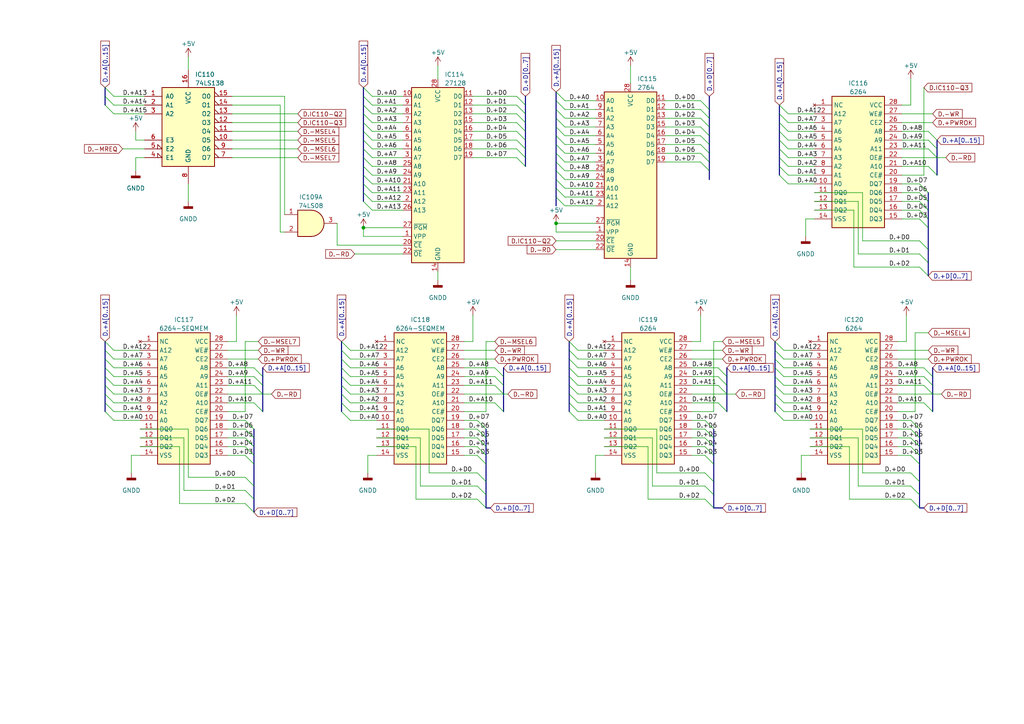
<source format=kicad_sch>
(kicad_sch (version 20230121) (generator eeschema)
  (paper "A4")
  (junction (at 161.29 64.77))
  (junction (at 105.41 66.04))
  (bus_entry (at 226.06 50.8) (size 2.54 2.54))
  (bus_entry (at 99.06 104.14) (size 2.54 2.54))
  (bus_entry (at 105.41 50.8) (size 2.54 2.54))
  (bus_entry (at 138.43 127) (size 2.54 2.54))
  (bus_entry (at 266.7 53.34) (size 2.54 2.54))
  (bus_entry (at 138.43 129.54) (size 2.54 2.54))
  (bus_entry (at 71.12 129.54) (size 2.54 2.54))
  (bus_entry (at 138.43 144.78) (size 2.54 2.54))
  (bus_entry (at 143.51 116.84) (size 2.54 2.54))
  (bus_entry (at 226.06 33.02) (size 2.54 2.54))
  (bus_entry (at 105.41 25.4) (size 2.54 2.54))
  (bus_entry (at 105.41 35.56) (size 2.54 2.54))
  (bus_entry (at 143.51 109.22) (size 2.54 2.54))
  (bus_entry (at 105.41 58.42) (size 2.54 2.54))
  (bus_entry (at 143.51 106.68) (size 2.54 2.54))
  (bus_entry (at 138.43 140.97) (size 2.54 2.54))
  (bus_entry (at 165.1 116.84) (size 2.54 2.54))
  (bus_entry (at 203.2 41.91) (size 2.54 2.54))
  (bus_entry (at 224.79 114.3) (size 2.54 2.54))
  (bus_entry (at 138.43 121.92) (size 2.54 2.54))
  (bus_entry (at 204.47 144.78) (size 2.54 2.54))
  (bus_entry (at 161.29 31.75) (size 2.54 2.54))
  (bus_entry (at 71.12 138.43) (size 2.54 2.54))
  (bus_entry (at 165.1 99.06) (size 2.54 2.54))
  (bus_entry (at 99.06 109.22) (size 2.54 2.54))
  (bus_entry (at 138.43 124.46) (size 2.54 2.54))
  (bus_entry (at 99.06 101.6) (size 2.54 2.54))
  (bus_entry (at 161.29 41.91) (size 2.54 2.54))
  (bus_entry (at 99.06 111.76) (size 2.54 2.54))
  (bus_entry (at 105.41 48.26) (size 2.54 2.54))
  (bus_entry (at 264.16 121.92) (size 2.54 2.54))
  (bus_entry (at 149.86 30.48) (size 2.54 2.54))
  (bus_entry (at 73.66 116.84) (size 2.54 2.54))
  (bus_entry (at 226.06 30.48) (size 2.54 2.54))
  (bus_entry (at 30.48 106.68) (size 2.54 2.54))
  (bus_entry (at 30.48 109.22) (size 2.54 2.54))
  (bus_entry (at 226.06 40.64) (size 2.54 2.54))
  (bus_entry (at 267.97 116.84) (size 2.54 2.54))
  (bus_entry (at 226.06 48.26) (size 2.54 2.54))
  (bus_entry (at 264.16 129.54) (size 2.54 2.54))
  (bus_entry (at 161.29 52.07) (size 2.54 2.54))
  (bus_entry (at 204.47 132.08) (size 2.54 2.54))
  (bus_entry (at 161.29 29.21) (size 2.54 2.54))
  (bus_entry (at 149.86 38.1) (size 2.54 2.54))
  (bus_entry (at 99.06 119.38) (size 2.54 2.54))
  (bus_entry (at 30.48 114.3) (size 2.54 2.54))
  (bus_entry (at 105.41 33.02) (size 2.54 2.54))
  (bus_entry (at 71.12 132.08) (size 2.54 2.54))
  (bus_entry (at 30.48 27.94) (size 2.54 2.54))
  (bus_entry (at 161.29 57.15) (size 2.54 2.54))
  (bus_entry (at 224.79 101.6) (size 2.54 2.54))
  (bus_entry (at 165.1 111.76) (size 2.54 2.54))
  (bus_entry (at 165.1 101.6) (size 2.54 2.54))
  (bus_entry (at 105.41 27.94) (size 2.54 2.54))
  (bus_entry (at 203.2 29.21) (size 2.54 2.54))
  (bus_entry (at 105.41 38.1) (size 2.54 2.54))
  (bus_entry (at 30.48 119.38) (size 2.54 2.54))
  (bus_entry (at 73.66 109.22) (size 2.54 2.54))
  (bus_entry (at 269.24 48.26) (size 2.54 2.54))
  (bus_entry (at 149.86 35.56) (size 2.54 2.54))
  (bus_entry (at 264.16 132.08) (size 2.54 2.54))
  (bus_entry (at 266.7 73.66) (size 2.54 2.54))
  (bus_entry (at 138.43 137.16) (size 2.54 2.54))
  (bus_entry (at 267.97 111.76) (size 2.54 2.54))
  (bus_entry (at 203.2 36.83) (size 2.54 2.54))
  (bus_entry (at 30.48 25.4) (size 2.54 2.54))
  (bus_entry (at 266.7 69.85) (size 2.54 2.54))
  (bus_entry (at 71.12 146.05) (size 2.54 2.54))
  (bus_entry (at 161.29 46.99) (size 2.54 2.54))
  (bus_entry (at 105.41 30.48) (size 2.54 2.54))
  (bus_entry (at 165.1 119.38) (size 2.54 2.54))
  (bus_entry (at 71.12 124.46) (size 2.54 2.54))
  (bus_entry (at 208.28 109.22) (size 2.54 2.54))
  (bus_entry (at 204.47 137.16) (size 2.54 2.54))
  (bus_entry (at 224.79 106.68) (size 2.54 2.54))
  (bus_entry (at 105.41 40.64) (size 2.54 2.54))
  (bus_entry (at 30.48 30.48) (size 2.54 2.54))
  (bus_entry (at 266.7 77.47) (size 2.54 2.54))
  (bus_entry (at 266.7 55.88) (size 2.54 2.54))
  (bus_entry (at 161.29 49.53) (size 2.54 2.54))
  (bus_entry (at 161.29 26.67) (size 2.54 2.54))
  (bus_entry (at 161.29 39.37) (size 2.54 2.54))
  (bus_entry (at 224.79 99.06) (size 2.54 2.54))
  (bus_entry (at 203.2 44.45) (size 2.54 2.54))
  (bus_entry (at 203.2 31.75) (size 2.54 2.54))
  (bus_entry (at 149.86 27.94) (size 2.54 2.54))
  (bus_entry (at 30.48 104.14) (size 2.54 2.54))
  (bus_entry (at 267.97 109.22) (size 2.54 2.54))
  (bus_entry (at 266.7 60.96) (size 2.54 2.54))
  (bus_entry (at 105.41 45.72) (size 2.54 2.54))
  (bus_entry (at 264.16 124.46) (size 2.54 2.54))
  (bus_entry (at 264.16 140.97) (size 2.54 2.54))
  (bus_entry (at 267.97 106.68) (size 2.54 2.54))
  (bus_entry (at 161.29 44.45) (size 2.54 2.54))
  (bus_entry (at 224.79 109.22) (size 2.54 2.54))
  (bus_entry (at 269.24 38.1) (size 2.54 2.54))
  (bus_entry (at 105.41 55.88) (size 2.54 2.54))
  (bus_entry (at 143.51 111.76) (size 2.54 2.54))
  (bus_entry (at 161.29 34.29) (size 2.54 2.54))
  (bus_entry (at 71.12 121.92) (size 2.54 2.54))
  (bus_entry (at 224.79 104.14) (size 2.54 2.54))
  (bus_entry (at 204.47 127) (size 2.54 2.54))
  (bus_entry (at 149.86 33.02) (size 2.54 2.54))
  (bus_entry (at 73.66 106.68) (size 2.54 2.54))
  (bus_entry (at 105.41 43.18) (size 2.54 2.54))
  (bus_entry (at 165.1 109.22) (size 2.54 2.54))
  (bus_entry (at 165.1 114.3) (size 2.54 2.54))
  (bus_entry (at 224.79 116.84) (size 2.54 2.54))
  (bus_entry (at 266.7 58.42) (size 2.54 2.54))
  (bus_entry (at 204.47 129.54) (size 2.54 2.54))
  (bus_entry (at 203.2 39.37) (size 2.54 2.54))
  (bus_entry (at 71.12 127) (size 2.54 2.54))
  (bus_entry (at 30.48 111.76) (size 2.54 2.54))
  (bus_entry (at 105.41 53.34) (size 2.54 2.54))
  (bus_entry (at 208.28 116.84) (size 2.54 2.54))
  (bus_entry (at 99.06 106.68) (size 2.54 2.54))
  (bus_entry (at 264.16 144.78) (size 2.54 2.54))
  (bus_entry (at 204.47 121.92) (size 2.54 2.54))
  (bus_entry (at 226.06 45.72) (size 2.54 2.54))
  (bus_entry (at 99.06 114.3) (size 2.54 2.54))
  (bus_entry (at 138.43 132.08) (size 2.54 2.54))
  (bus_entry (at 264.16 127) (size 2.54 2.54))
  (bus_entry (at 204.47 124.46) (size 2.54 2.54))
  (bus_entry (at 264.16 137.16) (size 2.54 2.54))
  (bus_entry (at 99.06 116.84) (size 2.54 2.54))
  (bus_entry (at 73.66 111.76) (size 2.54 2.54))
  (bus_entry (at 71.12 142.24) (size 2.54 2.54))
  (bus_entry (at 149.86 40.64) (size 2.54 2.54))
  (bus_entry (at 226.06 35.56) (size 2.54 2.54))
  (bus_entry (at 208.28 106.68) (size 2.54 2.54))
  (bus_entry (at 203.2 46.99) (size 2.54 2.54))
  (bus_entry (at 266.7 63.5) (size 2.54 2.54))
  (bus_entry (at 269.24 40.64) (size 2.54 2.54))
  (bus_entry (at 204.47 140.97) (size 2.54 2.54))
  (bus_entry (at 149.86 43.18) (size 2.54 2.54))
  (bus_entry (at 30.48 116.84) (size 2.54 2.54))
  (bus_entry (at 208.28 111.76) (size 2.54 2.54))
  (bus_entry (at 269.24 43.18) (size 2.54 2.54))
  (bus_entry (at 226.06 43.18) (size 2.54 2.54))
  (bus_entry (at 224.79 111.76) (size 2.54 2.54))
  (bus_entry (at 30.48 101.6) (size 2.54 2.54))
  (bus_entry (at 30.48 99.06) (size 2.54 2.54))
  (bus_entry (at 149.86 45.72) (size 2.54 2.54))
  (bus_entry (at 224.79 119.38) (size 2.54 2.54))
  (bus_entry (at 165.1 106.68) (size 2.54 2.54))
  (bus_entry (at 165.1 104.14) (size 2.54 2.54))
  (bus_entry (at 226.06 38.1) (size 2.54 2.54))
  (bus_entry (at 99.06 99.06) (size 2.54 2.54))
  (bus_entry (at 161.29 54.61) (size 2.54 2.54))
  (bus_entry (at 203.2 34.29) (size 2.54 2.54))
  (bus_entry (at 161.29 36.83) (size 2.54 2.54))
  (wire (pts (xy 39.37 45.72) (xy 41.91 45.72)))
  (wire (pts (xy 134.62 109.22) (xy 143.51 109.22)))
  (wire (pts (xy 247.65 60.96) (xy 247.65 77.47)))
  (bus (pts (xy 205.74 31.75) (xy 205.74 34.29)))
  (bus (pts (xy 224.79 116.84) (xy 224.79 119.38)))
  (bus (pts (xy 207.01 129.54) (xy 207.01 132.08)))
  (bus (pts (xy 146.05 106.68) (xy 146.05 109.22)))
  (wire (pts (xy 109.22 124.46) (xy 124.46 124.46)))
  (wire (pts (xy 67.31 33.02) (xy 86.36 33.02)))
  (wire (pts (xy 161.29 64.77) (xy 161.29 67.31)))
  (wire (pts (xy 227.33 114.3) (xy 234.95 114.3)))
  (wire (pts (xy 66.04 114.3) (xy 76.2 114.3)))
  (wire (pts (xy 33.02 30.48) (xy 41.91 30.48)))
  (wire (pts (xy 236.22 55.88) (xy 250.19 55.88)))
  (wire (pts (xy 107.95 27.94) (xy 116.84 27.94)))
  (bus (pts (xy 152.4 35.56) (xy 152.4 38.1)))
  (bus (pts (xy 165.1 104.14) (xy 165.1 106.68)))
  (bus (pts (xy 105.41 45.72) (xy 105.41 48.26)))
  (wire (pts (xy 134.62 119.38) (xy 140.97 119.38)))
  (wire (pts (xy 82.55 27.94) (xy 67.31 27.94)))
  (wire (pts (xy 66.04 119.38) (xy 71.12 119.38)))
  (wire (pts (xy 261.62 40.64) (xy 269.24 40.64)))
  (bus (pts (xy 99.06 104.14) (xy 99.06 106.68)))
  (bus (pts (xy 152.4 40.64) (xy 152.4 43.18)))
  (wire (pts (xy 189.23 127) (xy 189.23 140.97)))
  (bus (pts (xy 224.79 104.14) (xy 224.79 106.68)))
  (bus (pts (xy 30.48 116.84) (xy 30.48 119.38)))
  (bus (pts (xy 105.41 43.18) (xy 105.41 45.72)))
  (wire (pts (xy 38.1 132.08) (xy 38.1 137.16)))
  (wire (pts (xy 107.95 38.1) (xy 116.84 38.1)))
  (bus (pts (xy 205.74 34.29) (xy 205.74 36.83)))
  (bus (pts (xy 271.78 40.64) (xy 271.78 43.18)))
  (wire (pts (xy 228.6 53.34) (xy 236.22 53.34)))
  (bus (pts (xy 226.06 45.72) (xy 226.06 48.26)))
  (wire (pts (xy 134.62 132.08) (xy 138.43 132.08)))
  (wire (pts (xy 163.83 31.75) (xy 172.72 31.75)))
  (wire (pts (xy 210.82 114.3) (xy 213.36 114.3)))
  (wire (pts (xy 228.6 35.56) (xy 236.22 35.56)))
  (wire (pts (xy 236.22 60.96) (xy 247.65 60.96)))
  (wire (pts (xy 260.35 119.38) (xy 265.43 119.38)))
  (wire (pts (xy 54.61 138.43) (xy 71.12 138.43)))
  (bus (pts (xy 30.48 109.22) (xy 30.48 111.76)))
  (wire (pts (xy 33.02 109.22) (xy 40.64 109.22)))
  (bus (pts (xy 161.29 29.21) (xy 161.29 31.75)))
  (bus (pts (xy 165.1 111.76) (xy 165.1 114.3)))
  (bus (pts (xy 266.7 139.7) (xy 266.7 143.51)))
  (wire (pts (xy 124.46 124.46) (xy 124.46 137.16)))
  (bus (pts (xy 146.05 109.22) (xy 146.05 111.76)))
  (wire (pts (xy 175.26 127) (xy 189.23 127)))
  (bus (pts (xy 30.48 101.6) (xy 30.48 104.14)))
  (wire (pts (xy 71.12 119.38) (xy 71.12 99.06)))
  (wire (pts (xy 66.04 129.54) (xy 71.12 129.54)))
  (wire (pts (xy 260.35 114.3) (xy 270.51 114.3)))
  (bus (pts (xy 161.29 26.67) (xy 161.29 29.21)))
  (wire (pts (xy 134.62 129.54) (xy 138.43 129.54)))
  (wire (pts (xy 137.16 33.02) (xy 149.86 33.02)))
  (bus (pts (xy 161.29 46.99) (xy 161.29 49.53)))
  (wire (pts (xy 107.95 48.26) (xy 116.84 48.26)))
  (wire (pts (xy 76.2 114.3) (xy 78.74 114.3)))
  (bus (pts (xy 207.01 127) (xy 207.01 129.54)))
  (wire (pts (xy 137.16 27.94) (xy 149.86 27.94)))
  (bus (pts (xy 224.79 101.6) (xy 224.79 104.14)))
  (wire (pts (xy 260.35 109.22) (xy 267.97 109.22)))
  (wire (pts (xy 66.04 99.06) (xy 68.58 99.06)))
  (bus (pts (xy 76.2 106.68) (xy 76.2 109.22)))
  (wire (pts (xy 105.41 66.04) (xy 105.41 68.58)))
  (wire (pts (xy 200.66 124.46) (xy 204.47 124.46)))
  (wire (pts (xy 260.35 132.08) (xy 264.16 132.08)))
  (wire (pts (xy 261.62 48.26) (xy 269.24 48.26)))
  (bus (pts (xy 99.06 106.68) (xy 99.06 109.22)))
  (bus (pts (xy 207.01 124.46) (xy 207.01 127)))
  (bus (pts (xy 73.66 127) (xy 73.66 129.54)))
  (wire (pts (xy 200.66 121.92) (xy 204.47 121.92)))
  (bus (pts (xy 207.01 139.7) (xy 207.01 143.51)))
  (bus (pts (xy 161.29 39.37) (xy 161.29 41.91)))
  (wire (pts (xy 107.95 33.02) (xy 116.84 33.02)))
  (wire (pts (xy 227.33 119.38) (xy 234.95 119.38)))
  (wire (pts (xy 228.6 50.8) (xy 236.22 50.8)))
  (wire (pts (xy 107.95 53.34) (xy 116.84 53.34)))
  (wire (pts (xy 33.02 116.84) (xy 40.64 116.84)))
  (wire (pts (xy 140.97 99.06) (xy 143.51 99.06)))
  (wire (pts (xy 66.04 127) (xy 71.12 127)))
  (wire (pts (xy 137.16 45.72) (xy 149.86 45.72)))
  (bus (pts (xy 269.24 63.5) (xy 269.24 66.04)))
  (bus (pts (xy 165.1 106.68) (xy 165.1 109.22)))
  (bus (pts (xy 152.4 43.18) (xy 152.4 45.72)))
  (bus (pts (xy 105.41 53.34) (xy 105.41 55.88)))
  (bus (pts (xy 269.24 66.04) (xy 269.24 72.39)))
  (bus (pts (xy 146.05 114.3) (xy 146.05 119.38)))
  (wire (pts (xy 137.16 91.44) (xy 137.16 99.06)))
  (bus (pts (xy 210.82 106.68) (xy 210.82 109.22)))
  (wire (pts (xy 134.62 99.06) (xy 137.16 99.06)))
  (wire (pts (xy 116.84 71.12) (xy 97.79 71.12)))
  (bus (pts (xy 73.66 132.08) (xy 73.66 134.62)))
  (bus (pts (xy 161.29 44.45) (xy 161.29 46.99)))
  (bus (pts (xy 105.41 50.8) (xy 105.41 53.34)))
  (wire (pts (xy 101.6 109.22) (xy 109.22 109.22)))
  (bus (pts (xy 161.29 54.61) (xy 161.29 57.15)))
  (wire (pts (xy 190.5 137.16) (xy 204.47 137.16)))
  (wire (pts (xy 33.02 27.94) (xy 41.91 27.94)))
  (bus (pts (xy 105.41 33.02) (xy 105.41 35.56)))
  (wire (pts (xy 134.62 116.84) (xy 143.51 116.84)))
  (bus (pts (xy 73.66 140.97) (xy 73.66 144.78)))
  (bus (pts (xy 105.41 25.4) (xy 105.41 27.94)))
  (bus (pts (xy 73.66 129.54) (xy 73.66 132.08)))
  (wire (pts (xy 107.95 45.72) (xy 116.84 45.72)))
  (bus (pts (xy 99.06 114.3) (xy 99.06 116.84)))
  (wire (pts (xy 134.62 104.14) (xy 143.51 104.14)))
  (wire (pts (xy 97.79 64.77) (xy 97.79 71.12)))
  (wire (pts (xy 200.66 111.76) (xy 208.28 111.76)))
  (bus (pts (xy 152.4 38.1) (xy 152.4 40.64)))
  (wire (pts (xy 107.95 60.96) (xy 116.84 60.96)))
  (wire (pts (xy 200.66 106.68) (xy 208.28 106.68)))
  (wire (pts (xy 39.37 49.53) (xy 39.37 45.72)))
  (wire (pts (xy 227.33 101.6) (xy 234.95 101.6)))
  (bus (pts (xy 105.41 27.94) (xy 105.41 30.48)))
  (bus (pts (xy 105.41 55.88) (xy 105.41 58.42)))
  (wire (pts (xy 161.29 69.85) (xy 172.72 69.85)))
  (wire (pts (xy 261.62 30.48) (xy 264.16 30.48)))
  (wire (pts (xy 109.22 127) (xy 121.92 127)))
  (wire (pts (xy 54.61 16.51) (xy 54.61 20.32)))
  (bus (pts (xy 207.01 134.62) (xy 207.01 139.7)))
  (wire (pts (xy 82.55 62.23) (xy 82.55 27.94)))
  (bus (pts (xy 226.06 40.64) (xy 226.06 43.18)))
  (wire (pts (xy 121.92 127) (xy 121.92 140.97)))
  (bus (pts (xy 105.41 40.64) (xy 105.41 43.18)))
  (wire (pts (xy 228.6 48.26) (xy 236.22 48.26)))
  (bus (pts (xy 105.41 38.1) (xy 105.41 40.64)))
  (bus (pts (xy 205.74 36.83) (xy 205.74 39.37)))
  (wire (pts (xy 200.66 129.54) (xy 204.47 129.54)))
  (bus (pts (xy 161.29 41.91) (xy 161.29 44.45)))
  (wire (pts (xy 134.62 114.3) (xy 146.05 114.3)))
  (bus (pts (xy 270.51 114.3) (xy 270.51 119.38)))
  (wire (pts (xy 260.35 106.68) (xy 267.97 106.68)))
  (wire (pts (xy 67.31 45.72) (xy 86.36 45.72)))
  (wire (pts (xy 109.22 129.54) (xy 120.65 129.54)))
  (wire (pts (xy 234.95 124.46) (xy 250.19 124.46)))
  (bus (pts (xy 152.4 27.94) (xy 152.4 30.48)))
  (wire (pts (xy 163.83 52.07) (xy 172.72 52.07)))
  (wire (pts (xy 121.92 140.97) (xy 138.43 140.97)))
  (bus (pts (xy 30.48 106.68) (xy 30.48 109.22)))
  (wire (pts (xy 248.92 58.42) (xy 248.92 73.66)))
  (wire (pts (xy 163.83 54.61) (xy 172.72 54.61)))
  (wire (pts (xy 134.62 127) (xy 138.43 127)))
  (bus (pts (xy 30.48 114.3) (xy 30.48 116.84)))
  (bus (pts (xy 99.06 101.6) (xy 99.06 104.14)))
  (wire (pts (xy 106.68 132.08) (xy 106.68 137.16)))
  (wire (pts (xy 66.04 111.76) (xy 73.66 111.76)))
  (wire (pts (xy 66.04 121.92) (xy 71.12 121.92)))
  (bus (pts (xy 165.1 101.6) (xy 165.1 104.14)))
  (wire (pts (xy 265.43 96.52) (xy 269.24 96.52)))
  (wire (pts (xy 161.29 64.77) (xy 172.72 64.77)))
  (wire (pts (xy 261.62 63.5) (xy 266.7 63.5)))
  (wire (pts (xy 260.35 124.46) (xy 264.16 124.46)))
  (bus (pts (xy 205.74 39.37) (xy 205.74 41.91)))
  (wire (pts (xy 40.64 129.54) (xy 52.07 129.54)))
  (bus (pts (xy 271.78 45.72) (xy 271.78 50.8)))
  (wire (pts (xy 163.83 36.83) (xy 172.72 36.83)))
  (wire (pts (xy 248.92 127) (xy 248.92 140.97)))
  (wire (pts (xy 261.62 33.02) (xy 270.51 33.02)))
  (wire (pts (xy 271.78 45.72) (xy 274.32 45.72)))
  (wire (pts (xy 187.96 129.54) (xy 187.96 144.78)))
  (wire (pts (xy 260.35 111.76) (xy 267.97 111.76)))
  (bus (pts (xy 205.74 27.94) (xy 205.74 31.75)))
  (wire (pts (xy 172.72 67.31) (xy 161.29 67.31)))
  (wire (pts (xy 101.6 106.68) (xy 109.22 106.68)))
  (wire (pts (xy 234.95 129.54) (xy 246.38 129.54)))
  (bus (pts (xy 76.2 114.3) (xy 76.2 119.38)))
  (bus (pts (xy 226.06 30.48) (xy 226.06 33.02)))
  (wire (pts (xy 107.95 30.48) (xy 116.84 30.48)))
  (bus (pts (xy 99.06 99.06) (xy 99.06 101.6)))
  (wire (pts (xy 33.02 119.38) (xy 40.64 119.38)))
  (bus (pts (xy 226.06 33.02) (xy 226.06 35.56)))
  (bus (pts (xy 105.41 35.56) (xy 105.41 38.1)))
  (wire (pts (xy 163.83 59.69) (xy 172.72 59.69)))
  (bus (pts (xy 73.66 134.62) (xy 73.66 140.97)))
  (wire (pts (xy 163.83 29.21) (xy 172.72 29.21)))
  (wire (pts (xy 39.37 38.1) (xy 39.37 40.64)))
  (wire (pts (xy 120.65 144.78) (xy 138.43 144.78)))
  (wire (pts (xy 167.64 109.22) (xy 175.26 109.22)))
  (bus (pts (xy 161.29 34.29) (xy 161.29 36.83)))
  (wire (pts (xy 264.16 22.86) (xy 264.16 30.48)))
  (wire (pts (xy 228.6 45.72) (xy 236.22 45.72)))
  (bus (pts (xy 140.97 132.08) (xy 140.97 134.62)))
  (wire (pts (xy 53.34 142.24) (xy 71.12 142.24)))
  (wire (pts (xy 175.26 132.08) (xy 172.72 132.08)))
  (bus (pts (xy 140.97 143.51) (xy 140.97 147.32)))
  (wire (pts (xy 163.83 41.91) (xy 172.72 41.91)))
  (wire (pts (xy 200.66 119.38) (xy 207.01 119.38)))
  (bus (pts (xy 73.66 124.46) (xy 73.66 127)))
  (wire (pts (xy 248.92 140.97) (xy 264.16 140.97)))
  (wire (pts (xy 107.95 40.64) (xy 116.84 40.64)))
  (bus (pts (xy 30.48 111.76) (xy 30.48 114.3)))
  (wire (pts (xy 261.62 53.34) (xy 266.7 53.34)))
  (wire (pts (xy 107.95 58.42) (xy 116.84 58.42)))
  (wire (pts (xy 40.64 127) (xy 53.34 127)))
  (wire (pts (xy 232.41 132.08) (xy 232.41 137.16)))
  (wire (pts (xy 261.62 38.1) (xy 269.24 38.1)))
  (bus (pts (xy 266.7 127) (xy 266.7 129.54)))
  (bus (pts (xy 266.7 147.32) (xy 267.97 147.32)))
  (wire (pts (xy 67.31 35.56) (xy 86.36 35.56)))
  (wire (pts (xy 107.95 35.56) (xy 116.84 35.56)))
  (wire (pts (xy 66.04 101.6) (xy 74.93 101.6)))
  (bus (pts (xy 266.7 129.54) (xy 266.7 132.08)))
  (bus (pts (xy 152.4 30.48) (xy 152.4 33.02)))
  (wire (pts (xy 54.61 53.34) (xy 54.61 58.42)))
  (wire (pts (xy 40.64 132.08) (xy 38.1 132.08)))
  (wire (pts (xy 193.04 31.75) (xy 203.2 31.75)))
  (wire (pts (xy 189.23 140.97) (xy 204.47 140.97)))
  (wire (pts (xy 163.83 44.45) (xy 172.72 44.45)))
  (wire (pts (xy 250.19 137.16) (xy 264.16 137.16)))
  (wire (pts (xy 167.64 119.38) (xy 175.26 119.38)))
  (wire (pts (xy 137.16 38.1) (xy 149.86 38.1)))
  (wire (pts (xy 234.95 127) (xy 248.92 127)))
  (wire (pts (xy 105.41 66.04) (xy 116.84 66.04)))
  (wire (pts (xy 67.31 40.64) (xy 86.36 40.64)))
  (wire (pts (xy 53.34 127) (xy 53.34 142.24)))
  (bus (pts (xy 76.2 109.22) (xy 76.2 111.76)))
  (bus (pts (xy 266.7 132.08) (xy 266.7 134.62)))
  (bus (pts (xy 226.06 38.1) (xy 226.06 40.64)))
  (wire (pts (xy 163.83 57.15) (xy 172.72 57.15)))
  (bus (pts (xy 205.74 46.99) (xy 205.74 49.53)))
  (wire (pts (xy 52.07 129.54) (xy 52.07 146.05)))
  (bus (pts (xy 165.1 116.84) (xy 165.1 119.38)))
  (wire (pts (xy 67.31 38.1) (xy 86.36 38.1)))
  (wire (pts (xy 260.35 127) (xy 264.16 127)))
  (wire (pts (xy 182.88 77.47) (xy 182.88 81.28)))
  (bus (pts (xy 269.24 60.96) (xy 269.24 63.5)))
  (wire (pts (xy 233.68 63.5) (xy 233.68 68.58)))
  (bus (pts (xy 161.29 52.07) (xy 161.29 54.61)))
  (wire (pts (xy 101.6 116.84) (xy 109.22 116.84)))
  (wire (pts (xy 260.35 116.84) (xy 267.97 116.84)))
  (wire (pts (xy 207.01 99.06) (xy 209.55 99.06)))
  (wire (pts (xy 81.28 67.31) (xy 82.55 67.31)))
  (wire (pts (xy 101.6 104.14) (xy 109.22 104.14)))
  (bus (pts (xy 210.82 109.22) (xy 210.82 111.76)))
  (wire (pts (xy 66.04 104.14) (xy 74.93 104.14)))
  (bus (pts (xy 30.48 25.4) (xy 30.48 27.94)))
  (wire (pts (xy 227.33 104.14) (xy 234.95 104.14)))
  (wire (pts (xy 33.02 33.02) (xy 41.91 33.02)))
  (wire (pts (xy 267.97 50.8) (xy 267.97 25.4)))
  (wire (pts (xy 163.83 46.99) (xy 172.72 46.99)))
  (wire (pts (xy 161.29 72.39) (xy 172.72 72.39)))
  (wire (pts (xy 187.96 144.78) (xy 204.47 144.78)))
  (wire (pts (xy 260.35 104.14) (xy 269.24 104.14)))
  (bus (pts (xy 224.79 111.76) (xy 224.79 114.3)))
  (wire (pts (xy 167.64 101.6) (xy 175.26 101.6)))
  (bus (pts (xy 146.05 111.76) (xy 146.05 114.3)))
  (wire (pts (xy 200.66 101.6) (xy 209.55 101.6)))
  (wire (pts (xy 137.16 43.18) (xy 149.86 43.18)))
  (bus (pts (xy 270.51 109.22) (xy 270.51 111.76)))
  (wire (pts (xy 39.37 40.64) (xy 41.91 40.64)))
  (wire (pts (xy 81.28 30.48) (xy 81.28 67.31)))
  (bus (pts (xy 207.01 132.08) (xy 207.01 134.62)))
  (wire (pts (xy 40.64 124.46) (xy 54.61 124.46)))
  (wire (pts (xy 227.33 111.76) (xy 234.95 111.76)))
  (wire (pts (xy 193.04 46.99) (xy 203.2 46.99)))
  (wire (pts (xy 134.62 124.46) (xy 138.43 124.46)))
  (wire (pts (xy 120.65 129.54) (xy 120.65 144.78)))
  (bus (pts (xy 30.48 27.94) (xy 30.48 30.48)))
  (bus (pts (xy 205.74 49.53) (xy 205.74 52.07)))
  (wire (pts (xy 193.04 44.45) (xy 203.2 44.45)))
  (bus (pts (xy 140.97 134.62) (xy 140.97 139.7)))
  (wire (pts (xy 265.43 119.38) (xy 265.43 96.52)))
  (wire (pts (xy 261.62 55.88) (xy 266.7 55.88)))
  (wire (pts (xy 248.92 73.66) (xy 266.7 73.66)))
  (wire (pts (xy 234.95 132.08) (xy 232.41 132.08)))
  (wire (pts (xy 236.22 63.5) (xy 233.68 63.5)))
  (wire (pts (xy 107.95 55.88) (xy 116.84 55.88)))
  (wire (pts (xy 200.66 127) (xy 204.47 127)))
  (wire (pts (xy 227.33 109.22) (xy 234.95 109.22)))
  (bus (pts (xy 140.97 139.7) (xy 140.97 143.51)))
  (wire (pts (xy 167.64 104.14) (xy 175.26 104.14)))
  (wire (pts (xy 260.35 99.06) (xy 262.89 99.06)))
  (wire (pts (xy 127 19.05) (xy 127 22.86)))
  (bus (pts (xy 165.1 114.3) (xy 165.1 116.84)))
  (wire (pts (xy 246.38 144.78) (xy 264.16 144.78)))
  (bus (pts (xy 205.74 44.45) (xy 205.74 46.99)))
  (wire (pts (xy 163.83 49.53) (xy 172.72 49.53)))
  (wire (pts (xy 227.33 116.84) (xy 234.95 116.84)))
  (bus (pts (xy 269.24 72.39) (xy 269.24 76.2)))
  (wire (pts (xy 167.64 121.92) (xy 175.26 121.92)))
  (wire (pts (xy 54.61 124.46) (xy 54.61 138.43)))
  (bus (pts (xy 210.82 111.76) (xy 210.82 114.3)))
  (wire (pts (xy 33.02 101.6) (xy 40.64 101.6)))
  (bus (pts (xy 266.7 143.51) (xy 266.7 147.32)))
  (wire (pts (xy 270.51 114.3) (xy 273.05 114.3)))
  (wire (pts (xy 66.04 124.46) (xy 71.12 124.46)))
  (bus (pts (xy 269.24 55.88) (xy 269.24 58.42)))
  (bus (pts (xy 152.4 33.02) (xy 152.4 35.56)))
  (bus (pts (xy 205.74 41.91) (xy 205.74 44.45)))
  (wire (pts (xy 172.72 132.08) (xy 172.72 137.16)))
  (wire (pts (xy 101.6 114.3) (xy 109.22 114.3)))
  (wire (pts (xy 137.16 40.64) (xy 149.86 40.64)))
  (wire (pts (xy 52.07 146.05) (xy 71.12 146.05)))
  (wire (pts (xy 193.04 39.37) (xy 203.2 39.37)))
  (wire (pts (xy 207.01 119.38) (xy 207.01 99.06)))
  (bus (pts (xy 140.97 124.46) (xy 140.97 127)))
  (wire (pts (xy 260.35 121.92) (xy 264.16 121.92)))
  (bus (pts (xy 161.29 36.83) (xy 161.29 39.37)))
  (wire (pts (xy 203.2 91.44) (xy 203.2 99.06)))
  (wire (pts (xy 261.62 35.56) (xy 270.51 35.56)))
  (wire (pts (xy 250.19 55.88) (xy 250.19 69.85)))
  (wire (pts (xy 261.62 43.18) (xy 269.24 43.18)))
  (wire (pts (xy 228.6 43.18) (xy 236.22 43.18)))
  (wire (pts (xy 228.6 38.1) (xy 236.22 38.1)))
  (wire (pts (xy 261.62 45.72) (xy 271.78 45.72)))
  (wire (pts (xy 200.66 109.22) (xy 208.28 109.22)))
  (wire (pts (xy 163.83 39.37) (xy 172.72 39.37)))
  (bus (pts (xy 207.01 147.32) (xy 209.55 147.32)))
  (bus (pts (xy 105.41 48.26) (xy 105.41 50.8)))
  (bus (pts (xy 226.06 35.56) (xy 226.06 38.1)))
  (wire (pts (xy 101.6 121.92) (xy 109.22 121.92)))
  (bus (pts (xy 140.97 147.32) (xy 142.24 147.32)))
  (wire (pts (xy 228.6 33.02) (xy 236.22 33.02)))
  (wire (pts (xy 134.62 111.76) (xy 143.51 111.76)))
  (wire (pts (xy 35.56 43.18) (xy 41.91 43.18)))
  (bus (pts (xy 270.51 106.68) (xy 270.51 109.22)))
  (bus (pts (xy 165.1 109.22) (xy 165.1 111.76)))
  (wire (pts (xy 200.66 99.06) (xy 203.2 99.06)))
  (wire (pts (xy 262.89 91.44) (xy 262.89 99.06)))
  (wire (pts (xy 182.88 19.05) (xy 182.88 24.13)))
  (wire (pts (xy 33.02 121.92) (xy 40.64 121.92)))
  (wire (pts (xy 127 78.74) (xy 127 81.28)))
  (bus (pts (xy 99.06 109.22) (xy 99.06 111.76)))
  (bus (pts (xy 224.79 106.68) (xy 224.79 109.22)))
  (bus (pts (xy 161.29 31.75) (xy 161.29 34.29)))
  (bus (pts (xy 30.48 99.06) (xy 30.48 101.6)))
  (wire (pts (xy 193.04 34.29) (xy 203.2 34.29)))
  (wire (pts (xy 200.66 104.14) (xy 209.55 104.14)))
  (wire (pts (xy 101.6 101.6) (xy 109.22 101.6)))
  (wire (pts (xy 193.04 29.21) (xy 203.2 29.21)))
  (wire (pts (xy 190.5 124.46) (xy 190.5 137.16)))
  (wire (pts (xy 260.35 129.54) (xy 264.16 129.54)))
  (wire (pts (xy 163.83 34.29) (xy 172.72 34.29)))
  (wire (pts (xy 66.04 132.08) (xy 71.12 132.08)))
  (wire (pts (xy 247.65 77.47) (xy 266.7 77.47)))
  (bus (pts (xy 140.97 129.54) (xy 140.97 132.08)))
  (wire (pts (xy 67.31 30.48) (xy 81.28 30.48)))
  (bus (pts (xy 99.06 116.84) (xy 99.06 119.38)))
  (bus (pts (xy 224.79 114.3) (xy 224.79 116.84)))
  (bus (pts (xy 161.29 49.53) (xy 161.29 52.07)))
  (bus (pts (xy 266.7 134.62) (xy 266.7 139.7)))
  (bus (pts (xy 226.06 43.18) (xy 226.06 45.72)))
  (wire (pts (xy 227.33 106.68) (xy 234.95 106.68)))
  (wire (pts (xy 68.58 91.44) (xy 68.58 99.06)))
  (wire (pts (xy 146.05 114.3) (xy 147.32 114.3)))
  (wire (pts (xy 200.66 114.3) (xy 210.82 114.3)))
  (wire (pts (xy 107.95 43.18) (xy 116.84 43.18)))
  (wire (pts (xy 167.64 116.84) (xy 175.26 116.84)))
  (wire (pts (xy 67.31 43.18) (xy 86.36 43.18)))
  (bus (pts (xy 140.97 127) (xy 140.97 129.54)))
  (bus (pts (xy 269.24 58.42) (xy 269.24 60.96)))
  (wire (pts (xy 250.19 124.46) (xy 250.19 137.16)))
  (bus (pts (xy 76.2 111.76) (xy 76.2 114.3)))
  (bus (pts (xy 269.24 76.2) (xy 269.24 80.01)))
  (wire (pts (xy 33.02 104.14) (xy 40.64 104.14)))
  (wire (pts (xy 260.35 101.6) (xy 269.24 101.6)))
  (wire (pts (xy 107.95 50.8) (xy 116.84 50.8)))
  (wire (pts (xy 193.04 36.83) (xy 203.2 36.83)))
  (wire (pts (xy 71.12 99.06) (xy 74.93 99.06)))
  (wire (pts (xy 33.02 114.3) (xy 40.64 114.3)))
  (wire (pts (xy 109.22 132.08) (xy 106.68 132.08)))
  (wire (pts (xy 66.04 116.84) (xy 73.66 116.84)))
  (wire (pts (xy 228.6 40.64) (xy 236.22 40.64)))
  (wire (pts (xy 261.62 50.8) (xy 267.97 50.8)))
  (wire (pts (xy 175.26 124.46) (xy 190.5 124.46)))
  (bus (pts (xy 271.78 43.18) (xy 271.78 45.72)))
  (wire (pts (xy 134.62 121.92) (xy 138.43 121.92)))
  (bus (pts (xy 99.06 111.76) (xy 99.06 114.3)))
  (bus (pts (xy 30.48 104.14) (xy 30.48 106.68)))
  (bus (pts (xy 270.51 111.76) (xy 270.51 114.3)))
  (wire (pts (xy 33.02 111.76) (xy 40.64 111.76)))
  (bus (pts (xy 226.06 48.26) (xy 226.06 50.8)))
  (bus (pts (xy 152.4 45.72) (xy 152.4 48.26)))
  (wire (pts (xy 250.19 69.85) (xy 266.7 69.85)))
  (bus (pts (xy 73.66 144.78) (xy 73.66 148.59)))
  (wire (pts (xy 137.16 30.48) (xy 149.86 30.48)))
  (bus (pts (xy 165.1 99.06) (xy 165.1 101.6)))
  (bus (pts (xy 207.01 143.51) (xy 207.01 147.32)))
  (wire (pts (xy 167.64 114.3) (xy 175.26 114.3)))
  (wire (pts (xy 167.64 111.76) (xy 175.26 111.76)))
  (wire (pts (xy 175.26 129.54) (xy 187.96 129.54)))
  (wire (pts (xy 200.66 116.84) (xy 208.28 116.84)))
  (wire (pts (xy 134.62 106.68) (xy 143.51 106.68)))
  (wire (pts (xy 102.87 73.66) (xy 116.84 73.66)))
  (wire (pts (xy 116.84 68.58) (xy 105.41 68.58)))
  (bus (pts (xy 224.79 99.06) (xy 224.79 101.6)))
  (wire (pts (xy 261.62 60.96) (xy 266.7 60.96)))
  (wire (pts (xy 140.97 119.38) (xy 140.97 99.06)))
  (wire (pts (xy 134.62 101.6) (xy 143.51 101.6)))
  (bus (pts (xy 266.7 124.46) (xy 266.7 127)))
  (bus (pts (xy 224.79 109.22) (xy 224.79 111.76)))
  (bus (pts (xy 161.29 57.15) (xy 161.29 59.69)))
  (wire (pts (xy 33.02 106.68) (xy 40.64 106.68)))
  (bus (pts (xy 105.41 30.48) (xy 105.41 33.02)))
  (wire (pts (xy 167.64 106.68) (xy 175.26 106.68)))
  (wire (pts (xy 261.62 58.42) (xy 266.7 58.42)))
  (wire (pts (xy 227.33 121.92) (xy 234.95 121.92)))
  (wire (pts (xy 101.6 111.76) (xy 109.22 111.76)))
  (wire (pts (xy 137.16 35.56) (xy 149.86 35.56)))
  (wire (pts (xy 193.04 41.91) (xy 203.2 41.91)))
  (bus (pts (xy 210.82 114.3) (xy 210.82 119.38)))
  (wire (pts (xy 66.04 109.22) (xy 73.66 109.22)))
  (wire (pts (xy 101.6 119.38) (xy 109.22 119.38)))
  (wire (pts (xy 236.22 58.42) (xy 248.92 58.42)))
  (wire (pts (xy 200.66 132.08) (xy 204.47 132.08)))
  (wire (pts (xy 246.38 129.54) (xy 246.38 144.78)))
  (wire (pts (xy 124.46 137.16) (xy 138.43 137.16)))
  (wire (pts (xy 66.04 106.68) (xy 73.66 106.68)))
  (label "D.+A10" (at 261.62 48.26 0))
  (label "D.+A1" (at 229.87 119.38 0))
  (label "D.+A4" (at 170.18 111.76 0))
  (label "D.+A8" (at 135.89 106.68 0))
  (label "D.+D3" (at 67.31 132.08 0))
  (label "D.+A7" (at 104.14 104.14 0))
  (label "D.+A3" (at 170.18 114.3 0))
  (label "D.+D4" (at 201.93 129.54 0))
  (label "D.+D3" (at 201.93 132.08 0))
  (label "D.+A4" (at 109.22 38.1 0))
  (label "D.+A11" (at 261.62 43.18 0))
  (label "D.+D2" (at 195.58 34.29 0))
  (label "D.+A11" (at 260.35 111.76 0))
  (label "D.+A10" (at 109.22 53.34 0))
  (label "D.+D2" (at 256.54 144.78 0))
  (label "D.+A13" (at 35.56 27.94 0))
  (label "D.+D3" (at 195.58 36.83 0))
  (label "D.+D6" (at 195.58 44.45 0))
  (label "D.+D6" (at 262.89 55.88 0))
  (label "D.+D3" (at 261.62 132.08 0))
  (label "D.+A6" (at 165.1 44.45 0))
  (label "D.+A12" (at 35.56 101.6 0))
  (label "D.+A11" (at 200.66 111.76 0))
  (label "D.+A11" (at 135.89 111.76 0))
  (label "D.+A4" (at 104.14 111.76 0))
  (label "D.+D6" (at 201.93 124.46 0))
  (label "D.+A10" (at 135.89 116.84 0))
  (label "D.+D1" (at 257.81 73.66 0))
  (label "D.+A2" (at 35.56 116.84 0))
  (label "D.+A12" (at 170.18 101.6 0))
  (label "D.+A13" (at 109.22 60.96 0))
  (label "D.+D5" (at 262.89 58.42 0))
  (label "D.+A0" (at 170.18 121.92 0))
  (label "D.+A5" (at 104.14 109.22 0))
  (label "D.+A8" (at 109.22 48.26 0))
  (label "D.+D5" (at 195.58 41.91 0))
  (label "D.+A2" (at 170.18 116.84 0))
  (label "D.+D5" (at 261.62 127 0))
  (label "D.+A6" (at 104.14 106.68 0))
  (label "D.+A9" (at 135.89 109.22 0))
  (label "D.+D2" (at 130.81 144.78 0))
  (label "D.+A5" (at 231.14 40.64 0))
  (label "D.+A6" (at 109.22 43.18 0))
  (label "D.+D7" (at 135.89 121.92 0))
  (label "D.+A7" (at 231.14 35.56 0))
  (label "D.+D3" (at 140.97 35.56 0))
  (label "D.+D2" (at 257.81 77.47 0))
  (label "D.+D6" (at 67.31 124.46 0))
  (label "D.+D0" (at 257.81 69.85 0))
  (label "D.+A12" (at 231.14 33.02 0))
  (label "D.+A7" (at 109.22 45.72 0))
  (label "D.+D4" (at 261.62 129.54 0))
  (label "D.+A6" (at 231.14 38.1 0))
  (label "D.+D7" (at 140.97 45.72 0))
  (label "D.+A11" (at 109.22 55.88 0))
  (label "D.+D1" (at 196.85 140.97 0))
  (label "D.+D2" (at 140.97 33.02 0))
  (label "D.+A11" (at 66.04 111.76 0))
  (label "D.+D7" (at 201.93 121.92 0))
  (label "D.+A8" (at 261.62 38.1 0))
  (label "D.+A3" (at 229.87 114.3 0))
  (label "D.+A1" (at 170.18 119.38 0))
  (label "D.+A2" (at 109.22 33.02 0))
  (label "D.+A1" (at 104.14 119.38 0))
  (label "D.+D5" (at 67.31 127 0))
  (label "D.+A0" (at 104.14 121.92 0))
  (label "D.+A1" (at 35.56 119.38 0))
  (label "D.+A1" (at 165.1 31.75 0))
  (label "D.+A12" (at 165.1 59.69 0))
  (label "D.+A9" (at 165.1 52.07 0))
  (label "D.+D6" (at 261.62 124.46 0))
  (label "D.+A8" (at 165.1 49.53 0))
  (label "D.+D4" (at 140.97 38.1 0))
  (label "D.+A9" (at 200.66 109.22 0))
  (label "D.+D6" (at 140.97 43.18 0))
  (label "D.+A12" (at 104.14 101.6 0))
  (label "D.+D1" (at 130.81 140.97 0))
  (label "D.+A14" (at 35.56 30.48 0))
  (label "D.+D7" (at 195.58 46.99 0))
  (label "D.+A12" (at 229.87 101.6 0))
  (label "D.+A4" (at 231.14 43.18 0))
  (label "D.+A4" (at 229.87 111.76 0))
  (label "D.+A9" (at 66.04 109.22 0))
  (label "D.+A11" (at 165.1 57.15 0))
  (label "D.+D4" (at 195.58 39.37 0))
  (label "D.+A8" (at 260.35 106.68 0))
  (label "D.+D3" (at 262.89 63.5 0))
  (label "D.+A7" (at 229.87 104.14 0))
  (label "D.+D7" (at 261.62 121.92 0))
  (label "D.+D0" (at 195.58 29.21 0))
  (label "D.+A9" (at 109.22 50.8 0))
  (label "D.+A8" (at 66.04 106.68 0))
  (label "D.+A9" (at 261.62 40.64 0))
  (label "D.+D0" (at 256.54 137.16 0))
  (label "D.+A0" (at 165.1 29.21 0))
  (label "D.+A5" (at 109.22 40.64 0))
  (label "D.+D0" (at 140.97 27.94 0))
  (label "D.+D7" (at 262.89 53.34 0))
  (label "D.+A6" (at 229.87 106.68 0))
  (label "D.+D3" (at 135.89 132.08 0))
  (label "D.+A10" (at 66.04 116.84 0))
  (label "D.+A3" (at 104.14 114.3 0))
  (label "D.+D5" (at 201.93 127 0))
  (label "D.+A12" (at 109.22 58.42 0))
  (label "D.+A8" (at 200.66 106.68 0))
  (label "D.+A2" (at 165.1 34.29 0))
  (label "D.+D1" (at 140.97 30.48 0))
  (label "D.+A9" (at 260.35 109.22 0))
  (label "D.+A4" (at 35.56 111.76 0))
  (label "D.+A10" (at 165.1 54.61 0))
  (label "D.+A7" (at 165.1 46.99 0))
  (label "D.+D5" (at 140.97 40.64 0))
  (label "D.+A3" (at 109.22 35.56 0))
  (label "D.+A0" (at 35.56 121.92 0))
  (label "D.+A10" (at 200.66 116.84 0))
  (label "D.+A10" (at 260.35 116.84 0))
  (label "D.+D4" (at 67.31 129.54 0))
  (label "D.+D1" (at 195.58 31.75 0))
  (label "D.+D2" (at 62.23 146.05 0))
  (label "D.+D5" (at 135.89 127 0))
  (label "D.+D4" (at 262.89 60.96 0))
  (label "D.+A5" (at 35.56 109.22 0))
  (label "D.+A3" (at 35.56 114.3 0))
  (label "D.+A2" (at 104.14 116.84 0))
  (label "D.+A2" (at 231.14 48.26 0))
  (label "D.+A1" (at 109.22 30.48 0))
  (label "D.+D7" (at 67.31 121.92 0))
  (label "D.+A4" (at 165.1 39.37 0))
  (label "D.+A7" (at 170.18 104.14 0))
  (label "D.+D4" (at 135.89 129.54 0))
  (label "D.+A5" (at 170.18 109.22 0))
  (label "D.+A5" (at 229.87 109.22 0))
  (label "D.+A0" (at 109.22 27.94 0))
  (label "D.+A15" (at 35.56 33.02 0))
  (label "D.+A0" (at 229.87 121.92 0))
  (label "D.+A7" (at 35.56 104.14 0))
  (label "D.+A6" (at 170.18 106.68 0))
  (label "D.+D1" (at 62.23 142.24 0))
  (label "D.+A5" (at 165.1 41.91 0))
  (label "D.+A1" (at 231.14 50.8 0))
  (label "D.+D2" (at 196.85 144.78 0))
  (label "D.+D6" (at 135.89 124.46 0))
  (label "D.+A0" (at 231.14 53.34 0))
  (label "D.+D1" (at 256.54 140.97 0))
  (label "D.+A6" (at 35.56 106.68 0))
  (label "D.+A2" (at 229.87 116.84 0))
  (label "D.+A3" (at 165.1 36.83 0))
  (label "D.+D0" (at 130.81 137.16 0))
  (label "D.+D0" (at 62.23 138.43 0))
  (label "D.+D0" (at 196.85 137.16 0))
  (label "D.+A3" (at 231.14 45.72 0))
  (global_label "D.+PWROK" (shape input) (at 209.55 104.14 0) (property "Intersheetrefs" "${INTERSHEET_REFS}" (effects hide)))
  (global_label "D.+A[0..15]" (shape input) (at 76.2 106.68 0) (property "Intersheetrefs" "${INTERSHEET_REFS}" (effects hide)))
  (global_label "D.-RD" (shape input) (at 78.74 114.3 0) (property "Intersheetrefs" "${INTERSHEET_REFS}" (effects hide)))
  (global_label "D.+D[0..7]" (shape input) (at 73.66 148.59 0) (property "Intersheetrefs" "${INTERSHEET_REFS}" (effects hide)))
  (global_label "D.IC110-Q3" (shape input) (at 86.36 35.56 0) (property "Intersheetrefs" "${INTERSHEET_REFS}" (effects hide)))
  (global_label "D.-WR" (shape input) (at 143.51 101.6 0) (property "Intersheetrefs" "${INTERSHEET_REFS}" (effects hide)))
  (global_label "D.-RD" (shape input) (at 102.87 73.66 180) (property "Intersheetrefs" "${INTERSHEET_REFS}" (effects hide)))
  (global_label "D.+A[0..15]" (shape input) (at 161.29 26.67 90) (property "Intersheetrefs" "${INTERSHEET_REFS}" (effects hide)))
  (global_label "D.+PWROK" (shape input) (at 269.24 104.14 0) (property "Intersheetrefs" "${INTERSHEET_REFS}" (effects hide)))
  (global_label "D.IC110-Q3" (shape input) (at 267.97 25.4 0) (property "Intersheetrefs" "${INTERSHEET_REFS}" (effects hide)))
  (global_label "D.-WR" (shape input) (at 209.55 101.6 0) (property "Intersheetrefs" "${INTERSHEET_REFS}" (effects hide)))
  (global_label "D.IC110-Q2" (shape input) (at 161.29 69.85 180) (property "Intersheetrefs" "${INTERSHEET_REFS}" (effects hide)))
  (global_label "D.+A[0..15]" (shape input) (at 99.06 99.06 90) (property "Intersheetrefs" "${INTERSHEET_REFS}" (effects hide)))
  (global_label "D.-WR" (shape input) (at 270.51 33.02 0) (property "Intersheetrefs" "${INTERSHEET_REFS}" (effects hide)))
  (global_label "D.-MSEL5" (shape input) (at 86.36 40.64 0) (property "Intersheetrefs" "${INTERSHEET_REFS}" (effects hide)))
  (global_label "D.-RD" (shape input) (at 273.05 114.3 0) (property "Intersheetrefs" "${INTERSHEET_REFS}" (effects hide)))
  (global_label "D.+D[0..7]" (shape input) (at 269.24 80.01 0) (property "Intersheetrefs" "${INTERSHEET_REFS}" (effects hide)))
  (global_label "D.-RD" (shape input) (at 274.32 45.72 0) (property "Intersheetrefs" "${INTERSHEET_REFS}" (effects hide)))
  (global_label "D.-MSEL4" (shape input) (at 86.36 38.1 0) (property "Intersheetrefs" "${INTERSHEET_REFS}" (effects hide)))
  (global_label "D.-WR" (shape input) (at 74.93 101.6 0) (property "Intersheetrefs" "${INTERSHEET_REFS}" (effects hide)))
  (global_label "D.+D[0..7]" (shape input) (at 205.74 27.94 90) (property "Intersheetrefs" "${INTERSHEET_REFS}" (effects hide)))
  (global_label "D.+A[0..15]" (shape input) (at 270.51 106.68 0) (property "Intersheetrefs" "${INTERSHEET_REFS}" (effects hide)))
  (global_label "D.+A[0..15]" (shape input) (at 30.48 99.06 90) (property "Intersheetrefs" "${INTERSHEET_REFS}" (effects hide)))
  (global_label "D.IC110-Q2" (shape input) (at 86.36 33.02 0) (property "Intersheetrefs" "${INTERSHEET_REFS}" (effects hide)))
  (global_label "D.-RD" (shape input) (at 147.32 114.3 0) (property "Intersheetrefs" "${INTERSHEET_REFS}" (effects hide)))
  (global_label "D.+D[0..7]" (shape input) (at 152.4 27.94 90) (property "Intersheetrefs" "${INTERSHEET_REFS}" (effects hide)))
  (global_label "D.+A[0..15]" (shape input) (at 210.82 106.68 0) (property "Intersheetrefs" "${INTERSHEET_REFS}" (effects hide)))
  (global_label "D.+PWROK" (shape input) (at 74.93 104.14 0) (property "Intersheetrefs" "${INTERSHEET_REFS}" (effects hide)))
  (global_label "D.-MSEL4" (shape input) (at 269.24 96.52 0) (property "Intersheetrefs" "${INTERSHEET_REFS}" (effects hide)))
  (global_label "D.+A[0..15]" (shape input) (at 271.78 40.64 0) (property "Intersheetrefs" "${INTERSHEET_REFS}" (effects hide)))
  (global_label "D.-MSEL7" (shape input) (at 86.36 45.72 0) (property "Intersheetrefs" "${INTERSHEET_REFS}" (effects hide)))
  (global_label "D.+D[0..7]" (shape input) (at 142.24 147.32 0) (property "Intersheetrefs" "${INTERSHEET_REFS}" (effects hide)))
  (global_label "D.+PWROK" (shape input) (at 143.51 104.14 0) (property "Intersheetrefs" "${INTERSHEET_REFS}" (effects hide)))
  (global_label "D.-MSEL6" (shape input) (at 86.36 43.18 0) (property "Intersheetrefs" "${INTERSHEET_REFS}" (effects hide)))
  (global_label "D.+A[0..15]" (shape input) (at 30.48 25.4 90) (property "Intersheetrefs" "${INTERSHEET_REFS}" (effects hide)))
  (global_label "D.+A[0..15]" (shape input) (at 226.06 30.48 90) (property "Intersheetrefs" "${INTERSHEET_REFS}" (effects hide)))
  (global_label "D.+A[0..15]" (shape input) (at 146.05 106.68 0) (property "Intersheetrefs" "${INTERSHEET_REFS}" (effects hide)))
  (global_label "D.-RD" (shape input) (at 213.36 114.3 0) (property "Intersheetrefs" "${INTERSHEET_REFS}" (effects hide)))
  (global_label "D.-MSEL5" (shape input) (at 209.55 99.06 0) (property "Intersheetrefs" "${INTERSHEET_REFS}" (effects hide)))
  (global_label "D.+A[0..15]" (shape input) (at 165.1 99.06 90) (property "Intersheetrefs" "${INTERSHEET_REFS}" (effects hide)))
  (global_label "D.-RD" (shape input) (at 161.29 72.39 180) (property "Intersheetrefs" "${INTERSHEET_REFS}" (effects hide)))
  (global_label "D.-MREQ" (shape input) (at 35.56 43.18 180) (property "Intersheetrefs" "${INTERSHEET_REFS}" (effects hide)))
  (global_label "D.+A[0..15]" (shape input) (at 105.41 25.4 90) (property "Intersheetrefs" "${INTERSHEET_REFS}" (effects hide)))
  (global_label "D.+D[0..7]" (shape input) (at 267.97 147.32 0) (property "Intersheetrefs" "${INTERSHEET_REFS}" (effects hide)))
  (global_label "D.+A[0..15]" (shape input) (at 224.79 99.06 90) (property "Intersheetrefs" "${INTERSHEET_REFS}" (effects hide)))
  (global_label "D.+D[0..7]" (shape input) (at 209.55 147.32 0) (property "Intersheetrefs" "${INTERSHEET_REFS}" (effects hide)))
  (global_label "D.+PWROK" (shape input) (at 270.51 35.56 0) (property "Intersheetrefs" "${INTERSHEET_REFS}" (effects hide)))
  (global_label "D.-MSEL7" (shape input) (at 74.93 99.06 0) (property "Intersheetrefs" "${INTERSHEET_REFS}" (effects hide)))
  (global_label "D.-WR" (shape input) (at 269.24 101.6 0) (property "Intersheetrefs" "${INTERSHEET_REFS}" (effects hide)))
  (global_label "D.-MSEL6" (shape input) (at 143.51 99.06 0) (property "Intersheetrefs" "${INTERSHEET_REFS}" (effects hide)))
  (symbol (lib_id "Memory_EPROM:27128") (at 127 50.8 0) (unit 1)
    (property "Reference" "IC114" (at 128.9559 21.59 0) (effects (justify left)))
    (property "Value" "27128" (at 128.9559 24.13 0) (effects (justify left)))
    (property "Footprint" "Package_DIP:DIP-28_W15.24mm" (effects hide))
    (property "Datasheet" "http://eeshop.unl.edu/pdf/27128.pdf" (effects hide))
  )
  (symbol (lib_id "SamacSys_Parts:LY6264DL-70LLI") (at 234.95 99.06 0) (unit 1)
    (property "Reference" "IC120" (at 247.65 92.71 0))
    (property "Value" "6264" (at 247.65 95.25 0))
    (property "Footprint" "DIP787W46P254L3537H533Q28N" (effects hide))
    (property "Datasheet" "https://datasheet.lcsc.com/szlcsc/Lyontek-Inc-LY6264SL-70LLI_C261872.pdf" (effects hide))
    (property "Height" "5.334" (effects hide))
    (property "Manufacturer_Name" "Lyontek Inc." (effects hide))
    (property "Manufacturer_Part_Number" "LY6264DL-70LLI" (effects hide))
  )
  (symbol (lib_id "power:+5V") (at 264.16 22.86 0) (unit 1)
    (property "Reference" "#PWR07" (effects hide))
    (property "Value" "+5V" (at 264.16 19.05 0))
  )
  (symbol (lib_id "SamacSys_Parts:LY6264DL-70LLI") (at 236.22 30.48 0) (unit 1)
    (property "Reference" "IC116" (at 248.92 24.13 0))
    (property "Value" "6264" (at 248.92 26.67 0))
    (property "Footprint" "DIP787W46P254L3537H533Q28N" (effects hide))
    (property "Datasheet" "https://datasheet.lcsc.com/szlcsc/Lyontek-Inc-LY6264SL-70LLI_C261872.pdf" (effects hide))
    (property "Height" "5.334" (effects hide))
    (property "Manufacturer_Name" "Lyontek Inc." (effects hide))
    (property "Manufacturer_Part_Number" "LY6264DL-70LLI" (effects hide))
  )
  (symbol (lib_id "power:+5V") (at 68.58 91.44 0) (unit 1)
    (property "Reference" "#PWR012" (effects hide))
    (property "Value" "+5V" (at 68.58 87.63 0))
  )
  (symbol (lib_id "Memory_EPROM:2764") (at 182.88 49.53 0) (unit 1)
    (property "Reference" "IC115" (at 184.8359 22.86 0) (effects (justify left)))
    (property "Value" "2764" (at 184.8359 25.4 0) (effects (justify left)))
    (property "Footprint" "Package_DIP:DIP-28_W15.24mm" (effects hide))
    (property "Datasheet" "https://downloads.reactivemicro.com/Electronics/ROM/2764%20EPROM.pdf" (effects hide))
  )
  (symbol (lib_id "power:GNDD") (at 54.61 58.42 0) (unit 1)
    (property "Reference" "#PWR020" (effects hide))
    (property "Value" "GNDD" (at 54.61 63.5 0))
  )
  (symbol (lib_id "power:GNDD") (at 127 81.28 0) (unit 1)
    (property "Reference" "#PWR06" (effects hide))
    (property "Value" "GNDD" (at 127 86.36 0))
  )
  (symbol (lib_id "SamacSys_Parts:LY6264DL-70LLI") (at 109.22 99.06 0) (unit 1)
    (property "Reference" "IC118" (at 121.92 92.71 0))
    (property "Value" "6264-SEQMEM" (at 121.92 95.25 0))
    (property "Footprint" "DIP787W46P254L3537H533Q28N" (effects hide))
    (property "Datasheet" "https://datasheet.lcsc.com/szlcsc/Lyontek-Inc-LY6264SL-70LLI_C261872.pdf" (effects hide))
    (property "Height" "5.334" (effects hide))
    (property "Manufacturer_Name" "Lyontek Inc." (effects hide))
    (property "Manufacturer_Part_Number" "LY6264DL-70LLI" (effects hide))
  )
  (symbol (lib_id "SamacSys_Parts:LY6264DL-70LLI") (at 175.26 99.06 0) (unit 1)
    (property "Reference" "IC119" (at 187.96 92.71 0))
    (property "Value" "6264" (at 187.96 95.25 0))
    (property "Footprint" "DIP787W46P254L3537H533Q28N" (effects hide))
    (property "Datasheet" "https://datasheet.lcsc.com/szlcsc/Lyontek-Inc-LY6264SL-70LLI_C261872.pdf" (effects hide))
    (property "Height" "5.334" (effects hide))
    (property "Manufacturer_Name" "Lyontek Inc." (effects hide))
    (property "Manufacturer_Part_Number" "LY6264DL-70LLI" (effects hide))
  )
  (symbol (lib_id "power:+5V") (at 182.88 19.05 0) (unit 1)
    (property "Reference" "#PWR04" (effects hide))
    (property "Value" "+5V" (at 182.88 15.24 0))
  )
  (symbol (lib_id "power:+5V") (at 161.29 64.77 0) (unit 1)
    (property "Reference" "#PWR03" (effects hide))
    (property "Value" "+5V" (at 161.29 60.96 0))
  )
  (symbol (lib_id "74xx:74LS138") (at 54.61 35.56 0) (unit 1)
    (property "Reference" "IC110" (at 56.5659 21.59 0) (effects (justify left)))
    (property "Value" "74LS138" (at 56.5659 24.13 0) (effects (justify left)))
    (property "Datasheet" "http://www.ti.com/lit/gpn/sn74LS138" (effects hide))
  )
  (symbol (lib_id "power:+5V") (at 137.16 91.44 0) (unit 1)
    (property "Reference" "#PWR010" (effects hide))
    (property "Value" "+5V" (at 137.16 87.63 0))
  )
  (symbol (lib_id "power:+5V") (at 54.61 16.51 0) (unit 1)
    (property "Reference" "#PWR019" (effects hide))
    (property "Value" "+5V" (at 54.61 12.7 0))
  )
  (symbol (lib_id "74xx:74LS08") (at 90.17 64.77 0) (unit 1)
    (property "Reference" "IC109" (at 90.1617 57.15 0))
    (property "Value" "74LS08" (at 90.1617 59.69 0))
    (property "Datasheet" "http://www.ti.com/lit/gpn/sn74LS08" (effects hide))
  )
  (symbol (lib_id "power:+5V") (at 39.37 38.1 0) (unit 1)
    (property "Reference" "#PWR018" (effects hide))
    (property "Value" "+5V" (at 39.37 34.29 0))
  )
  (symbol (lib_id "SamacSys_Parts:LY6264DL-70LLI") (at 40.64 99.06 0) (unit 1)
    (property "Reference" "IC117" (at 53.34 92.71 0))
    (property "Value" "6264-SEQMEM" (at 53.34 95.25 0))
    (property "Footprint" "DIP787W46P254L3537H533Q28N" (effects hide))
    (property "Datasheet" "https://datasheet.lcsc.com/szlcsc/Lyontek-Inc-LY6264SL-70LLI_C261872.pdf" (effects hide))
    (property "Height" "5.334" (effects hide))
    (property "Manufacturer_Name" "Lyontek Inc." (effects hide))
    (property "Manufacturer_Part_Number" "LY6264DL-70LLI" (effects hide))
  )
  (symbol (lib_id "power:GNDD") (at 39.37 49.53 0) (unit 1)
    (property "Reference" "#PWR017" (effects hide))
    (property "Value" "GNDD" (at 39.37 54.61 0))
  )
  (symbol (lib_id "power:GNDD") (at 182.88 81.28 0) (unit 1)
    (property "Reference" "#PWR05" (effects hide))
    (property "Value" "GNDD" (at 182.88 86.36 0))
  )
  (symbol (lib_id "power:GNDD") (at 233.68 68.58 0) (unit 1)
    (property "Reference" "#PWR08" (effects hide))
    (property "Value" "GNDD" (at 233.68 73.66 0))
  )
  (symbol (lib_id "power:+5V") (at 105.41 66.04 0) (unit 1)
    (property "Reference" "#PWR02" (effects hide))
    (property "Value" "+5V" (at 105.41 62.23 0))
  )
  (symbol (lib_id "power:+5V") (at 262.89 91.44 0) (unit 1)
    (property "Reference" "#PWR016" (effects hide))
    (property "Value" "+5V" (at 262.89 87.63 0))
  )
  (symbol (lib_id "power:GNDD") (at 38.1 137.16 0) (unit 1)
    (property "Reference" "#PWR011" (effects hide))
    (property "Value" "GNDD" (at 38.1 142.24 0))
  )
  (symbol (lib_id "power:GNDD") (at 172.72 137.16 0) (unit 1)
    (property "Reference" "#PWR013" (effects hide))
    (property "Value" "GNDD" (at 172.72 142.24 0))
  )
  (symbol (lib_id "power:+5V") (at 203.2 91.44 0) (unit 1)
    (property "Reference" "#PWR014" (effects hide))
    (property "Value" "+5V" (at 203.2 87.63 0))
  )
  (symbol (lib_id "power:GNDD") (at 232.41 137.16 0) (unit 1)
    (property "Reference" "#PWR015" (effects hide))
    (property "Value" "GNDD" (at 232.41 142.24 0))
  )
  (symbol (lib_id "power:+5V") (at 127 19.05 0) (unit 1)
    (property "Reference" "#PWR01" (effects hide))
    (property "Value" "+5V" (at 127 15.24 0))
  )
  (symbol (lib_id "power:GNDD") (at 106.68 137.16 0) (unit 1)
    (property "Reference" "#PWR09" (effects hide))
    (property "Value" "GNDD" (at 106.68 142.24 0))
  )
)
</source>
